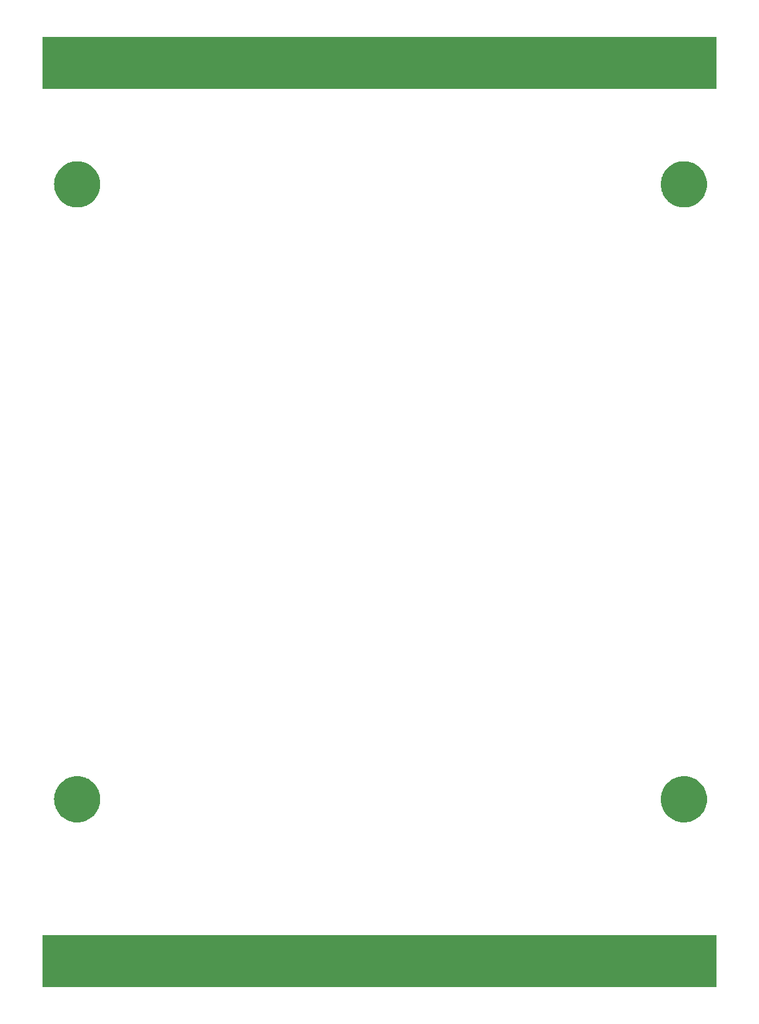
<source format=gbs>
G04 Layer: BottomSolderMaskLayer*
G04 EasyEDA v6.5.29, 2023-07-16 15:11:24*
G04 6b2ea49bd14843f1a595022ae84b5af3,5a6b42c53f6a479593ecc07194224c93,10*
G04 Gerber Generator version 0.2*
G04 Scale: 100 percent, Rotated: No, Reflected: No *
G04 Dimensions in millimeters *
G04 leading zeros omitted , absolute positions ,4 integer and 5 decimal *
%FSLAX45Y45*%
%MOMM*%

%ADD10O,6.6032126X3.4031936000000003*%

%LPD*%
G36*
X465886Y11171174D02*
G01*
X449935Y11170564D01*
X434035Y11169142D01*
X418236Y11166906D01*
X402539Y11163858D01*
X387045Y11159998D01*
X379374Y11157813D01*
X364185Y11152784D01*
X349300Y11146993D01*
X334721Y11140490D01*
X320497Y11133226D01*
X306679Y11125200D01*
X293268Y11116564D01*
X280314Y11107166D01*
X267868Y11097209D01*
X255981Y11086541D01*
X244602Y11075314D01*
X239115Y11069523D01*
X228650Y11057432D01*
X218795Y11044885D01*
X209600Y11031829D01*
X201117Y11018316D01*
X193294Y11004346D01*
X186232Y10990072D01*
X179882Y10975390D01*
X174294Y10960455D01*
X169468Y10945215D01*
X165404Y10929772D01*
X162204Y10914126D01*
X159766Y10898327D01*
X158140Y10882426D01*
X157327Y10866475D01*
X157175Y10858500D01*
X157632Y10842548D01*
X158851Y10826597D01*
X160883Y10810748D01*
X163728Y10795050D01*
X165404Y10787227D01*
X169468Y10771784D01*
X174294Y10756544D01*
X179882Y10741609D01*
X186232Y10726928D01*
X193294Y10712653D01*
X201117Y10698683D01*
X209600Y10685170D01*
X218795Y10672114D01*
X228650Y10659567D01*
X239115Y10647476D01*
X250190Y10635996D01*
X261874Y10625074D01*
X267868Y10619790D01*
X280314Y10609834D01*
X293268Y10600436D01*
X306679Y10591800D01*
X320497Y10583773D01*
X334721Y10576509D01*
X349300Y10570006D01*
X364185Y10564215D01*
X379374Y10559186D01*
X394766Y10554970D01*
X410362Y10551515D01*
X426110Y10548874D01*
X441959Y10547045D01*
X457911Y10546029D01*
X473913Y10545826D01*
X489864Y10546435D01*
X505764Y10547858D01*
X521563Y10550093D01*
X537260Y10553141D01*
X552754Y10557002D01*
X560425Y10559186D01*
X575614Y10564215D01*
X590499Y10570006D01*
X605078Y10576509D01*
X619302Y10583773D01*
X633120Y10591800D01*
X646531Y10600436D01*
X659485Y10609834D01*
X671931Y10619790D01*
X683818Y10630458D01*
X695198Y10641685D01*
X700684Y10647476D01*
X711149Y10659567D01*
X721004Y10672114D01*
X730199Y10685170D01*
X738682Y10698683D01*
X746506Y10712653D01*
X753567Y10726928D01*
X759917Y10741609D01*
X765505Y10756544D01*
X770331Y10771784D01*
X774395Y10787227D01*
X777595Y10802874D01*
X780034Y10818672D01*
X781659Y10834573D01*
X782472Y10850524D01*
X782624Y10858500D01*
X782167Y10874451D01*
X780948Y10890402D01*
X778916Y10906252D01*
X776071Y10921949D01*
X774395Y10929772D01*
X770331Y10945215D01*
X765505Y10960455D01*
X759917Y10975390D01*
X753567Y10990072D01*
X746506Y11004346D01*
X738682Y11018316D01*
X730199Y11031829D01*
X721004Y11044885D01*
X711149Y11057432D01*
X700684Y11069523D01*
X689610Y11081004D01*
X677926Y11091926D01*
X671931Y11097209D01*
X659485Y11107166D01*
X646531Y11116564D01*
X633120Y11125200D01*
X619302Y11133226D01*
X605078Y11140490D01*
X590499Y11146993D01*
X575614Y11152784D01*
X560425Y11157813D01*
X545033Y11162030D01*
X529437Y11165484D01*
X513689Y11168126D01*
X497840Y11169954D01*
X481888Y11170970D01*
G37*
G36*
X8682786Y11171174D02*
G01*
X8666835Y11170564D01*
X8650935Y11169142D01*
X8635136Y11166906D01*
X8619439Y11163858D01*
X8603945Y11159998D01*
X8596274Y11157813D01*
X8581085Y11152784D01*
X8566200Y11146993D01*
X8551621Y11140490D01*
X8537397Y11133226D01*
X8523579Y11125200D01*
X8510168Y11116564D01*
X8497214Y11107166D01*
X8484768Y11097209D01*
X8472881Y11086541D01*
X8461502Y11075314D01*
X8456015Y11069523D01*
X8445550Y11057432D01*
X8435695Y11044885D01*
X8426500Y11031829D01*
X8418017Y11018316D01*
X8410194Y11004346D01*
X8403132Y10990072D01*
X8396782Y10975390D01*
X8391194Y10960455D01*
X8386368Y10945215D01*
X8382304Y10929772D01*
X8379104Y10914126D01*
X8376666Y10898327D01*
X8375040Y10882426D01*
X8374227Y10866475D01*
X8374227Y10850524D01*
X8375040Y10834573D01*
X8376666Y10818672D01*
X8379104Y10802874D01*
X8382304Y10787227D01*
X8386368Y10771784D01*
X8391194Y10756544D01*
X8396782Y10741609D01*
X8403132Y10726928D01*
X8410194Y10712653D01*
X8418017Y10698683D01*
X8426500Y10685170D01*
X8435695Y10672114D01*
X8445550Y10659567D01*
X8456015Y10647476D01*
X8467090Y10635996D01*
X8478774Y10625074D01*
X8484768Y10619790D01*
X8497214Y10609834D01*
X8510168Y10600436D01*
X8523579Y10591800D01*
X8537397Y10583773D01*
X8551621Y10576509D01*
X8566200Y10570006D01*
X8581085Y10564215D01*
X8596274Y10559186D01*
X8611666Y10554970D01*
X8627262Y10551515D01*
X8643010Y10548874D01*
X8658860Y10547045D01*
X8674811Y10546029D01*
X8690813Y10545826D01*
X8706764Y10546435D01*
X8722664Y10547858D01*
X8738463Y10550093D01*
X8754160Y10553141D01*
X8769654Y10557002D01*
X8777325Y10559186D01*
X8792514Y10564215D01*
X8807399Y10570006D01*
X8821978Y10576509D01*
X8836202Y10583773D01*
X8850020Y10591800D01*
X8863431Y10600436D01*
X8876385Y10609834D01*
X8888831Y10619790D01*
X8900718Y10630458D01*
X8912098Y10641685D01*
X8917584Y10647476D01*
X8928049Y10659567D01*
X8937904Y10672114D01*
X8947099Y10685170D01*
X8955582Y10698683D01*
X8963406Y10712653D01*
X8970467Y10726928D01*
X8976817Y10741609D01*
X8982405Y10756544D01*
X8987231Y10771784D01*
X8991295Y10787227D01*
X8994495Y10802874D01*
X8996934Y10818672D01*
X8998559Y10834573D01*
X8999372Y10850524D01*
X8999372Y10866475D01*
X8998559Y10882426D01*
X8996934Y10898327D01*
X8994495Y10914126D01*
X8991295Y10929772D01*
X8987231Y10945215D01*
X8982405Y10960455D01*
X8976817Y10975390D01*
X8970467Y10990072D01*
X8963406Y11004346D01*
X8955582Y11018316D01*
X8947099Y11031829D01*
X8937904Y11044885D01*
X8928049Y11057432D01*
X8917584Y11069523D01*
X8906510Y11081004D01*
X8894826Y11091926D01*
X8888831Y11097209D01*
X8876385Y11107166D01*
X8863431Y11116564D01*
X8850020Y11125200D01*
X8836202Y11133226D01*
X8821978Y11140490D01*
X8807399Y11146993D01*
X8792514Y11152784D01*
X8777325Y11157813D01*
X8761933Y11162030D01*
X8746337Y11165484D01*
X8730589Y11168126D01*
X8714740Y11169954D01*
X8698788Y11170970D01*
G37*
G36*
X8682786Y2852674D02*
G01*
X8666835Y2852064D01*
X8650935Y2850642D01*
X8635136Y2848406D01*
X8619439Y2845358D01*
X8603945Y2841498D01*
X8596274Y2839313D01*
X8581085Y2834284D01*
X8566200Y2828493D01*
X8551621Y2821990D01*
X8537397Y2814726D01*
X8523579Y2806700D01*
X8510168Y2798064D01*
X8497214Y2788666D01*
X8484768Y2778709D01*
X8472881Y2768041D01*
X8461502Y2756814D01*
X8456015Y2751023D01*
X8445550Y2738932D01*
X8435695Y2726385D01*
X8426500Y2713329D01*
X8418017Y2699816D01*
X8410194Y2685846D01*
X8403132Y2671572D01*
X8396782Y2656890D01*
X8391194Y2641955D01*
X8386368Y2626715D01*
X8382304Y2611272D01*
X8379104Y2595626D01*
X8376666Y2579827D01*
X8375040Y2563926D01*
X8374227Y2547975D01*
X8374227Y2532024D01*
X8375040Y2516073D01*
X8376666Y2500172D01*
X8379104Y2484374D01*
X8382304Y2468727D01*
X8386368Y2453284D01*
X8391194Y2438044D01*
X8396782Y2423109D01*
X8403132Y2408428D01*
X8410194Y2394153D01*
X8418017Y2380183D01*
X8426500Y2366670D01*
X8435695Y2353614D01*
X8445550Y2341067D01*
X8456015Y2328976D01*
X8467090Y2317496D01*
X8478774Y2306574D01*
X8484768Y2301290D01*
X8497214Y2291334D01*
X8510168Y2281936D01*
X8523579Y2273300D01*
X8537397Y2265273D01*
X8551621Y2258009D01*
X8566200Y2251506D01*
X8581085Y2245715D01*
X8596274Y2240686D01*
X8611666Y2236470D01*
X8627262Y2233015D01*
X8643010Y2230374D01*
X8658860Y2228545D01*
X8674811Y2227529D01*
X8690813Y2227326D01*
X8706764Y2227935D01*
X8722664Y2229358D01*
X8738463Y2231593D01*
X8754160Y2234641D01*
X8769654Y2238502D01*
X8777325Y2240686D01*
X8792514Y2245715D01*
X8807399Y2251506D01*
X8821978Y2258009D01*
X8836202Y2265273D01*
X8850020Y2273300D01*
X8863431Y2281936D01*
X8876385Y2291334D01*
X8888831Y2301290D01*
X8900718Y2311958D01*
X8912098Y2323185D01*
X8917584Y2328976D01*
X8928049Y2341067D01*
X8937904Y2353614D01*
X8947099Y2366670D01*
X8955582Y2380183D01*
X8963406Y2394153D01*
X8970467Y2408428D01*
X8976817Y2423109D01*
X8982405Y2438044D01*
X8987231Y2453284D01*
X8991295Y2468727D01*
X8994495Y2484374D01*
X8996934Y2500172D01*
X8998559Y2516073D01*
X8999372Y2532024D01*
X8999372Y2547975D01*
X8998559Y2563926D01*
X8996934Y2579827D01*
X8994495Y2595626D01*
X8991295Y2611272D01*
X8987231Y2626715D01*
X8982405Y2641955D01*
X8976817Y2656890D01*
X8970467Y2671572D01*
X8963406Y2685846D01*
X8955582Y2699816D01*
X8947099Y2713329D01*
X8937904Y2726385D01*
X8928049Y2738932D01*
X8917584Y2751023D01*
X8906510Y2762504D01*
X8894826Y2773426D01*
X8888831Y2778709D01*
X8876385Y2788666D01*
X8863431Y2798064D01*
X8850020Y2806700D01*
X8836202Y2814726D01*
X8821978Y2821990D01*
X8807399Y2828493D01*
X8792514Y2834284D01*
X8777325Y2839313D01*
X8761933Y2843530D01*
X8746337Y2846984D01*
X8730589Y2849626D01*
X8714740Y2851454D01*
X8698788Y2852470D01*
G37*
G36*
X465886Y2852674D02*
G01*
X449935Y2852064D01*
X434035Y2850642D01*
X418236Y2848406D01*
X402539Y2845358D01*
X387045Y2841498D01*
X379374Y2839313D01*
X364185Y2834284D01*
X349300Y2828493D01*
X334721Y2821990D01*
X320497Y2814726D01*
X306679Y2806700D01*
X293268Y2798064D01*
X280314Y2788666D01*
X267868Y2778709D01*
X255981Y2768041D01*
X244602Y2756814D01*
X239115Y2751023D01*
X228650Y2738932D01*
X218795Y2726385D01*
X209600Y2713329D01*
X201117Y2699816D01*
X193294Y2685846D01*
X186232Y2671572D01*
X179882Y2656890D01*
X174294Y2641955D01*
X169468Y2626715D01*
X165404Y2611272D01*
X162204Y2595626D01*
X159766Y2579827D01*
X158140Y2563926D01*
X157327Y2547975D01*
X157175Y2540000D01*
X157632Y2524048D01*
X158851Y2508097D01*
X160883Y2492248D01*
X163728Y2476550D01*
X165404Y2468727D01*
X169468Y2453284D01*
X174294Y2438044D01*
X179882Y2423109D01*
X186232Y2408428D01*
X193294Y2394153D01*
X201117Y2380183D01*
X209600Y2366670D01*
X218795Y2353614D01*
X228650Y2341067D01*
X239115Y2328976D01*
X250190Y2317496D01*
X261874Y2306574D01*
X267868Y2301290D01*
X280314Y2291334D01*
X293268Y2281936D01*
X306679Y2273300D01*
X320497Y2265273D01*
X334721Y2258009D01*
X349300Y2251506D01*
X364185Y2245715D01*
X379374Y2240686D01*
X394766Y2236470D01*
X410362Y2233015D01*
X426110Y2230374D01*
X441959Y2228545D01*
X457911Y2227529D01*
X473913Y2227326D01*
X489864Y2227935D01*
X505764Y2229358D01*
X521563Y2231593D01*
X537260Y2234641D01*
X552754Y2238502D01*
X560425Y2240686D01*
X575614Y2245715D01*
X590499Y2251506D01*
X605078Y2258009D01*
X619302Y2265273D01*
X633120Y2273300D01*
X646531Y2281936D01*
X659485Y2291334D01*
X671931Y2301290D01*
X683818Y2311958D01*
X695198Y2323185D01*
X700684Y2328976D01*
X711149Y2341067D01*
X721004Y2353614D01*
X730199Y2366670D01*
X738682Y2380183D01*
X746506Y2394153D01*
X753567Y2408428D01*
X759917Y2423109D01*
X765505Y2438044D01*
X770331Y2453284D01*
X774395Y2468727D01*
X777595Y2484374D01*
X780034Y2500172D01*
X781659Y2516073D01*
X782472Y2532024D01*
X782624Y2540000D01*
X782167Y2555951D01*
X780948Y2571902D01*
X778916Y2587752D01*
X776071Y2603449D01*
X774395Y2611272D01*
X770331Y2626715D01*
X765505Y2641955D01*
X759917Y2656890D01*
X753567Y2671572D01*
X746506Y2685846D01*
X738682Y2699816D01*
X730199Y2713329D01*
X721004Y2726385D01*
X711149Y2738932D01*
X700684Y2751023D01*
X689610Y2762504D01*
X677926Y2773426D01*
X671931Y2778709D01*
X659485Y2788666D01*
X646531Y2798064D01*
X633120Y2806700D01*
X619302Y2814726D01*
X605078Y2821990D01*
X590499Y2828493D01*
X575614Y2834284D01*
X560425Y2839313D01*
X545033Y2843530D01*
X529437Y2846984D01*
X513689Y2849626D01*
X497840Y2851454D01*
X481888Y2852470D01*
G37*
D10*
G01*
X736600Y12573000D03*
G01*
X8382000Y12573000D03*
G01*
X736600Y330200D03*
G01*
X8382000Y330200D03*
G36*
X0Y12852400D02*
G01*
X9131300Y12852400D01*
X9131300Y12152401D01*
X0Y12152401D01*
G37*
G36*
X0Y699998D02*
G01*
X9131300Y699998D01*
X9131300Y0D01*
X0Y0D01*
G37*
M02*

</source>
